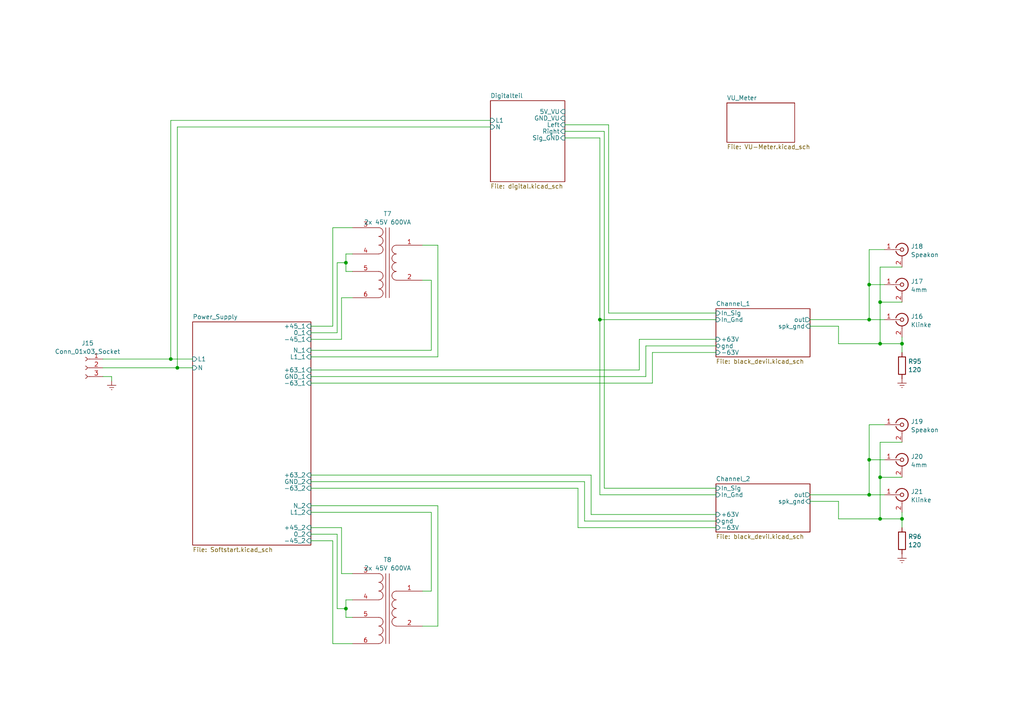
<source format=kicad_sch>
(kicad_sch (version 20230121) (generator eeschema)
  (paper "A4")
  (lib_symbols
    (symbol "Connector:Conn_01x03_Socket" (pin_names (offset 1.016) hide)
      (property "Reference" "J" (at 0 5.08 0))
      (property "Value" "Conn_01x03_Socket" (at 0 -5.08 0))
      (symbol "Conn_01x03_Socket_1_1"
        (arc (start 0 -2.032) (mid -0.5058 -2.54) (end 0 -3.048) (stroke (width 0.1524)))
        (polyline (pts (xy -1.27 -2.54) (xy -0.508 -2.54)) (stroke (width 0.1524)))
        (polyline (pts (xy -1.27 0) (xy -0.508 0)) (stroke (width 0.1524)))
        (polyline (pts (xy -1.27 2.54) (xy -0.508 2.54)) (stroke (width 0.1524)))
        (arc (start 0 0.508) (mid -0.5058 0) (end 0 -0.508) (stroke (width 0.1524)))
        (arc (start 0 3.048) (mid -0.5058 2.54) (end 0 2.032) (stroke (width 0.1524)))
        (pin passive line (at -5.08 2.54 0) (length 3.81) (name "Pin_1") (number "1"))
        (pin passive line (at -5.08 0 0) (length 3.81) (name "Pin_2") (number "2"))
        (pin passive line (at -5.08 -2.54 0) (length 3.81) (name "Pin_3") (number "3"))
      )
    )
    (symbol "Connector:Conn_Coaxial" (pin_names (offset 1.016) hide)
      (property "Reference" "J" (at 0.254 3.048 0))
      (property "Value" "Conn_Coaxial" (at 2.921 0 90))
      (symbol "Conn_Coaxial_0_1"
        (arc (start -1.778 -0.508) (mid 0.2311 -1.8066) (end 1.778 0) (stroke (width 0.254)))
        (polyline (pts (xy -2.54 0) (xy -0.508 0)))
        (polyline (pts (xy 0 -2.54) (xy 0 -1.778)))
        (circle (center 0 0) (radius 0.508) (stroke (width 0.2032)))
        (arc (start 1.778 0) (mid 0.2099 1.8101) (end -1.778 0.508) (stroke (width 0.254)))
      )
      (symbol "Conn_Coaxial_1_1"
        (pin passive line (at -5.08 0 0) (length 2.54) (name "In") (number "1"))
        (pin passive line (at 0 -5.08 90) (length 2.54) (name "Ext") (number "2"))
      )
    )
    (symbol "Device:R" (pin_numbers hide) (pin_names (offset 0))
      (property "Reference" "R" (at 2.032 0 90))
      (property "Value" "R" (at 0 0 90))
      (symbol "R_0_1"
        (rectangle (start -1.016 -2.54) (end 1.016 2.54) (stroke (width 0.254)))
      )
      (symbol "R_1_1"
        (pin passive line (at 0 3.81 270) (length 1.27) (name "~") (number "1"))
        (pin passive line (at 0 -3.81 90) (length 1.27) (name "~") (number "2"))
      )
    )
    (symbol "Device:Transformer_1P_2S" (pin_names (offset 1.016) hide)
      (property "Reference" "T" (at 0 12.7 0))
      (property "Value" "Transformer_1P_2S" (at 0 -12.7 0))
      (symbol "Transformer_1P_2S_0_1"
        (arc (start -2.54 -5.0546) (mid -1.6599 -4.6901) (end -1.27 -3.81))
        (arc (start -2.54 -2.5146) (mid -1.6599 -2.1501) (end -1.27 -1.27))
        (arc (start -2.54 0.0254) (mid -1.6599 0.3899) (end -1.27 1.27))
        (arc (start -2.54 2.5654) (mid -1.6599 2.9299) (end -1.27 3.81))
        (arc (start -1.27 -3.81) (mid -1.642 -2.912) (end -2.54 -2.54))
        (arc (start -1.27 -1.27) (mid -1.642 -0.372) (end -2.54 0))
        (arc (start -1.27 1.27) (mid -1.642 2.168) (end -2.54 2.54))
        (arc (start -1.27 3.81) (mid -1.642 4.708) (end -2.54 5.08))
        (polyline (pts (xy -0.508 -10.16) (xy -0.508 10.16)))
        (polyline (pts (xy 0.508 10.16) (xy 0.508 -10.16)))
        (arc (start 1.2954 -8.89) (mid 1.6599 -9.7701) (end 2.54 -10.1346))
        (arc (start 1.2954 -6.35) (mid 1.6599 -7.2301) (end 2.54 -7.5946))
        (arc (start 1.2954 -3.81) (mid 1.6599 -4.6901) (end 2.54 -5.0546))
        (arc (start 1.2954 3.81) (mid 1.6599 2.9299) (end 2.54 2.5654))
        (arc (start 1.2954 6.35) (mid 1.6599 5.4699) (end 2.54 5.1054))
        (arc (start 1.2954 8.89) (mid 1.6599 8.0099) (end 2.54 7.6454))
        (arc (start 2.54 -7.62) (mid 1.642 -7.992) (end 1.2954 -8.89))
        (arc (start 2.54 -5.08) (mid 1.642 -5.452) (end 1.2954 -6.35))
        (arc (start 2.54 -2.54) (mid 1.642 -2.912) (end 1.2954 -3.81))
        (arc (start 2.54 5.08) (mid 1.642 4.708) (end 1.2954 3.81))
        (arc (start 2.54 7.62) (mid 1.642 7.248) (end 1.2954 6.35))
        (arc (start 2.54 10.16) (mid 1.642 9.788) (end 1.2954 8.89))
      )
      (symbol "Transformer_1P_2S_1_1"
        (pin passive line (at -10.16 5.08 0) (length 7.62) (name "AA") (number "1"))
        (pin passive line (at -10.16 -5.08 0) (length 7.62) (name "AB") (number "2"))
        (pin passive line (at 10.16 10.16 180) (length 7.62) (name "SA") (number "3"))
        (pin passive line (at 10.16 2.54 180) (length 7.62) (name "SB") (number "4"))
        (pin passive line (at 10.16 -2.54 180) (length 7.62) (name "SC") (number "5"))
        (pin passive line (at 10.16 -10.16 180) (length 7.62) (name "SD") (number "6"))
      )
    )
    (symbol "power:Earth" (power) (pin_names (offset 0))
      (symbol "Earth_0_1"
        (polyline (pts (xy -0.635 -1.905) (xy 0.635 -1.905)))
        (polyline (pts (xy -0.127 -2.54) (xy 0.127 -2.54)))
        (polyline (pts (xy 0 -1.27) (xy 0 0)))
        (polyline (pts (xy 1.27 -1.27) (xy -1.27 -1.27)))
      )
      (symbol "Earth_1_1"
        (pin power_in line (at 0 0 270) (length 0) hide (name "Earth") (number "1"))
      )
    )
  )
  (junction (at 255.27 87.63))
  (junction (at 173.99 92.71))
  (junction (at 261.62 99.695))
  (junction (at 51.435 106.68))
  (junction (at 49.53 104.14))
  (junction (at 252.095 143.51))
  (junction (at 261.62 150.495))
  (junction (at 255.27 99.695))
  (junction (at 252.095 92.71))
  (junction (at 100.33 176.53))
  (junction (at 100.33 76.2))
  (junction (at 252.095 82.55))
  (junction (at 255.27 150.495))
  (junction (at 255.27 138.43))
  (junction (at 252.095 133.35))
  (wire (pts (xy 100.33 76.2) (xy 100.33 78.74)))
  (wire (pts (xy 256.54 72.39) (xy 252.095 72.39)))
  (wire (pts (xy 189.23 102.235) (xy 207.645 102.235)))
  (wire (pts (xy 122.555 181.61) (xy 127 181.61)))
  (wire (pts (xy 252.095 143.51) (xy 256.54 143.51)))
  (wire (pts (xy 125.095 171.45) (xy 122.555 171.45)))
  (wire (pts (xy 243.205 150.495) (xy 255.27 150.495)))
  (wire (pts (xy 255.27 99.695) (xy 261.62 99.695)))
  (wire (pts (xy 96.52 156.845) (xy 90.17 156.845)))
  (wire (pts (xy 255.27 77.47) (xy 255.27 87.63)))
  (wire (pts (xy 90.17 109.22) (xy 187.325 109.22)))
  (wire (pts (xy 169.545 151.13) (xy 207.645 151.13)))
  (wire (pts (xy 176.53 36.195) (xy 176.53 90.805)))
  (wire (pts (xy 252.095 133.35) (xy 252.095 143.51)))
  (wire (pts (xy 90.17 137.795) (xy 171.45 137.795)))
  (wire (pts (xy 187.325 109.22) (xy 187.325 100.33)))
  (wire (pts (xy 171.45 149.225) (xy 207.645 149.225)))
  (wire (pts (xy 49.53 34.925) (xy 49.53 104.14)))
  (wire (pts (xy 252.095 133.35) (xy 256.54 133.35)))
  (wire (pts (xy 97.79 96.52) (xy 90.17 96.52)))
  (wire (pts (xy 102.235 179.07) (xy 100.33 179.07)))
  (wire (pts (xy 169.545 139.7) (xy 169.545 151.13)))
  (wire (pts (xy 100.33 173.99) (xy 102.235 173.99)))
  (wire (pts (xy 29.845 106.68) (xy 51.435 106.68)))
  (wire (pts (xy 252.095 82.55) (xy 252.095 92.71)))
  (wire (pts (xy 99.06 98.425) (xy 90.17 98.425)))
  (wire (pts (xy 173.99 143.51) (xy 207.645 143.51)))
  (wire (pts (xy 171.45 137.795) (xy 171.45 149.225)))
  (wire (pts (xy 29.845 104.14) (xy 49.53 104.14)))
  (wire (pts (xy 125.095 101.6) (xy 125.095 81.28)))
  (wire (pts (xy 173.99 92.71) (xy 207.645 92.71)))
  (wire (pts (xy 163.83 36.195) (xy 176.53 36.195)))
  (wire (pts (xy 96.52 186.69) (xy 96.52 156.845)))
  (wire (pts (xy 90.17 94.615) (xy 96.52 94.615)))
  (wire (pts (xy 97.79 154.94) (xy 90.17 154.94)))
  (wire (pts (xy 234.95 92.71) (xy 252.095 92.71)))
  (wire (pts (xy 261.62 128.27) (xy 255.27 128.27)))
  (wire (pts (xy 32.385 109.22) (xy 29.845 109.22)))
  (wire (pts (xy 255.27 150.495) (xy 261.62 150.495)))
  (wire (pts (xy 173.99 92.71) (xy 173.99 143.51)))
  (wire (pts (xy 142.24 36.83) (xy 51.435 36.83)))
  (wire (pts (xy 167.64 153.035) (xy 207.645 153.035)))
  (wire (pts (xy 127 103.505) (xy 127 71.12)))
  (wire (pts (xy 90.17 139.7) (xy 169.545 139.7)))
  (wire (pts (xy 51.435 36.83) (xy 51.435 106.68)))
  (wire (pts (xy 261.62 150.495) (xy 261.62 148.59)))
  (wire (pts (xy 142.24 34.925) (xy 49.53 34.925)))
  (wire (pts (xy 261.62 77.47) (xy 255.27 77.47)))
  (wire (pts (xy 99.06 166.37) (xy 99.06 153.035)))
  (wire (pts (xy 90.17 111.125) (xy 189.23 111.125)))
  (wire (pts (xy 176.53 90.805) (xy 207.645 90.805)))
  (wire (pts (xy 261.62 87.63) (xy 255.27 87.63)))
  (wire (pts (xy 90.17 148.59) (xy 125.095 148.59)))
  (wire (pts (xy 189.23 111.125) (xy 189.23 102.235)))
  (wire (pts (xy 261.62 150.495) (xy 261.62 153.035)))
  (wire (pts (xy 261.62 99.695) (xy 261.62 102.235)))
  (wire (pts (xy 49.53 104.14) (xy 55.88 104.14)))
  (wire (pts (xy 167.64 141.605) (xy 167.64 153.035)))
  (wire (pts (xy 173.99 40.005) (xy 173.99 92.71)))
  (wire (pts (xy 234.95 94.615) (xy 243.205 94.615)))
  (wire (pts (xy 100.33 78.74) (xy 102.235 78.74)))
  (wire (pts (xy 90.17 103.505) (xy 127 103.505)))
  (wire (pts (xy 96.52 94.615) (xy 96.52 66.04)))
  (wire (pts (xy 252.095 92.71) (xy 256.54 92.71)))
  (wire (pts (xy 102.235 86.36) (xy 99.06 86.36)))
  (wire (pts (xy 185.42 107.315) (xy 185.42 98.425)))
  (wire (pts (xy 125.095 148.59) (xy 125.095 171.45)))
  (wire (pts (xy 90.17 107.315) (xy 185.42 107.315)))
  (wire (pts (xy 90.17 101.6) (xy 125.095 101.6)))
  (wire (pts (xy 163.83 40.005) (xy 173.99 40.005)))
  (wire (pts (xy 102.235 166.37) (xy 99.06 166.37)))
  (wire (pts (xy 175.26 141.605) (xy 207.645 141.605)))
  (wire (pts (xy 185.42 98.425) (xy 207.645 98.425)))
  (wire (pts (xy 127 71.12) (xy 122.555 71.12)))
  (wire (pts (xy 127 146.685) (xy 127 181.61)))
  (wire (pts (xy 32.385 110.49) (xy 32.385 109.22)))
  (wire (pts (xy 102.235 73.66) (xy 100.33 73.66)))
  (wire (pts (xy 99.06 153.035) (xy 90.17 153.035)))
  (wire (pts (xy 252.095 123.19) (xy 252.095 133.35)))
  (wire (pts (xy 51.435 106.68) (xy 55.88 106.68)))
  (wire (pts (xy 252.095 82.55) (xy 256.54 82.55)))
  (wire (pts (xy 100.33 176.53) (xy 100.33 173.99)))
  (wire (pts (xy 261.62 138.43) (xy 255.27 138.43)))
  (wire (pts (xy 243.205 99.695) (xy 255.27 99.695)))
  (wire (pts (xy 234.95 143.51) (xy 252.095 143.51)))
  (wire (pts (xy 100.33 73.66) (xy 100.33 76.2)))
  (wire (pts (xy 96.52 66.04) (xy 102.235 66.04)))
  (wire (pts (xy 163.83 38.1) (xy 175.26 38.1)))
  (wire (pts (xy 255.27 138.43) (xy 255.27 150.495)))
  (wire (pts (xy 255.27 87.63) (xy 255.27 99.695)))
  (wire (pts (xy 252.095 72.39) (xy 252.095 82.55)))
  (wire (pts (xy 243.205 145.415) (xy 243.205 150.495)))
  (wire (pts (xy 255.27 128.27) (xy 255.27 138.43)))
  (wire (pts (xy 243.205 94.615) (xy 243.205 99.695)))
  (wire (pts (xy 102.235 186.69) (xy 96.52 186.69)))
  (wire (pts (xy 261.62 99.695) (xy 261.62 97.79)))
  (wire (pts (xy 100.33 176.53) (xy 97.79 176.53)))
  (wire (pts (xy 90.17 146.685) (xy 127 146.685)))
  (wire (pts (xy 256.54 123.19) (xy 252.095 123.19)))
  (wire (pts (xy 125.095 81.28) (xy 122.555 81.28)))
  (wire (pts (xy 175.26 38.1) (xy 175.26 141.605)))
  (wire (pts (xy 187.325 100.33) (xy 207.645 100.33)))
  (wire (pts (xy 100.33 179.07) (xy 100.33 176.53)))
  (wire (pts (xy 90.17 141.605) (xy 167.64 141.605)))
  (wire (pts (xy 97.79 176.53) (xy 97.79 154.94)))
  (wire (pts (xy 234.95 145.415) (xy 243.205 145.415)))
  (wire (pts (xy 97.79 76.2) (xy 97.79 96.52)))
  (wire (pts (xy 97.79 76.2) (xy 100.33 76.2)))
  (wire (pts (xy 99.06 86.36) (xy 99.06 98.425)))
  (symbol (lib_id "Connector:Conn_Coaxial") (at 261.62 92.71 0) (unit 1)
    (property "Reference" "J16" (at 264.1601 91.7911 0) (effects (justify left)))
    (property "Value" "Klinke" (at 264.1601 94.2153 0) (effects (justify left)))
    (property "Datasheet" " ~" (effects hide))
  )
  (symbol (lib_id "Device:Transformer_1P_2S") (at 112.395 176.53 0) (mirror y) (unit 1)
    (property "Reference" "T8" (at 112.395 162.3526 0))
    (property "Value" "2x 45V 600VA" (at 112.395 164.7768 0))
  )
  (symbol (lib_id "Device:Transformer_1P_2S") (at 112.395 76.2 0) (mirror y) (unit 1)
    (property "Reference" "T7" (at 112.395 62.0226 0))
    (property "Value" "2x 45V 600VA" (at 112.395 64.4468 0))
  )
  (symbol (lib_id "Connector:Conn_Coaxial") (at 261.62 72.39 0) (unit 1)
    (property "Reference" "J18" (at 264.16 71.4711 0) (effects (justify left)))
    (property "Value" "Speakon" (at 264.16 73.8953 0) (effects (justify left)))
    (property "Datasheet" " ~" (effects hide))
  )
  (symbol (lib_id "Device:R") (at 261.62 156.845 0) (unit 1)
    (property "Reference" "R96" (at 263.398 155.6329 0) (effects (justify left)))
    (property "Value" "120" (at 263.398 158.0571 0) (effects (justify left)))
  )
  (symbol (lib_id "Connector:Conn_Coaxial") (at 261.62 123.19 0) (unit 1)
    (property "Reference" "J19" (at 264.16 122.2711 0) (effects (justify left)))
    (property "Value" "Speakon" (at 264.16 124.6953 0) (effects (justify left)))
    (property "Datasheet" " ~" (effects hide))
  )
  (symbol (lib_id "Connector:Conn_Coaxial") (at 261.62 133.35 0) (unit 1)
    (property "Reference" "J20" (at 264.1601 132.4311 0) (effects (justify left)))
    (property "Value" "4mm" (at 264.1601 134.8553 0) (effects (justify left)))
    (property "Datasheet" " ~" (effects hide))
  )
  (symbol (lib_id "power:Earth") (at 261.62 109.855 0) (unit 1)
    (property "Reference" "#PWR022" (effects hide))
    (property "Value" "Earth" (effects hide))
  )
  (symbol (lib_id "Device:R") (at 261.62 106.045 0) (unit 1)
    (property "Reference" "R95" (at 263.398 104.8329 0) (effects (justify left)))
    (property "Value" "120" (at 263.398 107.2571 0) (effects (justify left)))
  )
  (symbol (lib_id "Connector:Conn_Coaxial") (at 261.62 143.51 0) (unit 1)
    (property "Reference" "J21" (at 264.1601 142.5911 0) (effects (justify left)))
    (property "Value" "Klinke" (at 264.1601 145.0153 0) (effects (justify left)))
    (property "Datasheet" " ~" (effects hide))
  )
  (symbol (lib_id "Connector:Conn_Coaxial") (at 261.62 82.55 0) (unit 1)
    (property "Reference" "J17" (at 264.1601 81.6311 0) (effects (justify left)))
    (property "Value" "4mm" (at 264.1601 84.0553 0) (effects (justify left)))
    (property "Datasheet" " ~" (effects hide))
  )
  (symbol (lib_id "Connector:Conn_01x03_Socket") (at 24.765 106.68 0) (mirror y) (unit 1)
    (property "Reference" "J15" (at 25.4 99.5385 0))
    (property "Value" "Conn_01x03_Socket" (at 25.4 101.9627 0))
  )
  (symbol (lib_id "power:Earth") (at 261.62 160.655 0) (unit 1)
    (property "Reference" "#PWR023" (effects hide))
    (property "Value" "Earth" (effects hide))
  )
  (symbol (lib_id "power:Earth") (at 32.385 110.49 0) (unit 1)
    (property "Reference" "#PWR021" (effects hide))
    (property "Value" "Earth" (effects hide))
  )
  (sheet (at 207.645 89.535) (size 27.305 13.97) (stroke (width 0.1524))
    (property "Sheetname" "Channel_1" (at 207.645 88.8234 0) (effects (justify left bottom)))
    (property "Sheetfile" "black_devil.kicad_sch" (at 207.645 104.0896 0) (effects (justify left top)))
    (pin "-63V" input (at 207.645 102.235 180))
    (pin "out" output (at 234.95 92.71 0))
    (pin "gnd" bidirectional (at 207.645 100.33 180))
    (pin "+63V" input (at 207.645 98.425 180))
    (pin "In_Sig" input (at 207.645 90.805 180))
    (pin "In_Gnd" input (at 207.645 92.71 180))
    (pin "spk_gnd" input (at 234.95 94.615 0))
  )
  (sheet (at 55.88 93.345) (size 34.29 64.77) (stroke (width 0.1524))
    (property "Sheetname" "Power_Supply" (at 55.88 92.6334 0) (effects (justify left bottom)))
    (property "Sheetfile" "Softstart.kicad_sch" (at 55.88 158.6996 0) (effects (justify left top)))
    (pin "+45_2" input (at 90.17 153.035 0))
    (pin "-45_2" input (at 90.17 156.845 0))
    (pin "N" input (at 55.88 106.68 180))
    (pin "L1" input (at 55.88 104.14 180))
    (pin "L1_2" input (at 90.17 148.59 0))
    (pin "N_2" input (at 90.17 146.685 0))
    (pin "-63_2" input (at 90.17 141.605 0))
    (pin "GND_2" input (at 90.17 139.7 0))
    (pin "0_2" input (at 90.17 154.94 0))
    (pin "+63_2" input (at 90.17 137.795 0))
    (pin "L1_1" input (at 90.17 103.505 0))
    (pin "+45_1" input (at 90.17 94.615 0))
    (pin "-45_1" input (at 90.17 98.425 0))
    (pin "N_1" input (at 90.17 101.6 0))
    (pin "-63_1" input (at 90.17 111.125 0))
    (pin "+63_1" input (at 90.17 107.315 0))
    (pin "0_1" input (at 90.17 96.52 0))
    (pin "GND_1" input (at 90.17 109.22 0))
  )
  (sheet (at 142.24 29.21) (size 21.59 23.495) (stroke (width 0.1524))
    (property "Sheetname" "Digitalteil" (at 142.24 28.4984 0) (effects (justify left bottom)))
    (property "Sheetfile" "digital.kicad_sch" (at 142.24 53.2896 0) (effects (justify left top)))
    (pin "Left" input (at 163.83 36.195 0))
    (pin "Right" input (at 163.83 38.1 0))
    (pin "L1" input (at 142.24 34.925 180))
    (pin "N" input (at 142.24 36.83 180))
    (pin "GND_VU" input (at 163.83 34.29 0))
    (pin "5V_VU" input (at 163.83 32.385 0))
    (pin "Sig_GND" input (at 163.83 40.005 0))
  )
  (sheet (at 207.645 140.335) (size 27.305 13.97) (stroke (width 0.1524))
    (property "Sheetname" "Channel_2" (at 207.645 139.6234 0) (effects (justify left bottom)))
    (property "Sheetfile" "black_devil.kicad_sch" (at 207.645 154.8896 0) (effects (justify left top)))
    (pin "-63V" input (at 207.645 153.035 180))
    (pin "out" output (at 234.95 143.51 0))
    (pin "gnd" bidirectional (at 207.645 151.13 180))
    (pin "+63V" input (at 207.645 149.225 180))
    (pin "In_Sig" input (at 207.645 141.605 180))
    (pin "In_Gnd" input (at 207.645 143.51 180))
    (pin "spk_gnd" input (at 234.95 145.415 0))
  )
  (sheet (at 210.82 29.845) (size 19.685 11.43) (stroke (width 0.1524))
    (property "Sheetname" "VU_Meter" (at 210.82 29.1334 0) (effects (justify left bottom)))
    (property "Sheetfile" "VU-Meter.kicad_sch" (at 210.82 41.8596 0) (effects (justify left top)))
  )
)
</source>
